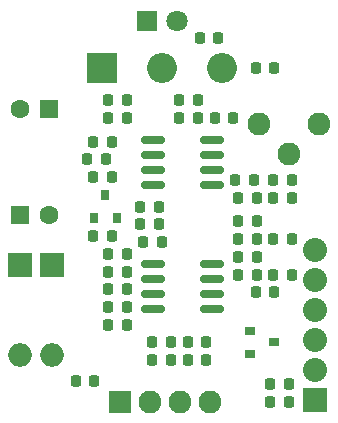
<source format=gts>
G04 #@! TF.GenerationSoftware,KiCad,Pcbnew,(5.99.0-7307-g71ab42e60a)*
G04 #@! TF.CreationDate,2020-12-03T10:19:34+02:00*
G04 #@! TF.ProjectId,agudo,61677564-6f2e-46b6-9963-61645f706362,rev?*
G04 #@! TF.SameCoordinates,Original*
G04 #@! TF.FileFunction,Soldermask,Top*
G04 #@! TF.FilePolarity,Negative*
%FSLAX46Y46*%
G04 Gerber Fmt 4.6, Leading zero omitted, Abs format (unit mm)*
G04 Created by KiCad (PCBNEW (5.99.0-7307-g71ab42e60a)) date 2020-12-03 10:19:34*
%MOMM*%
%LPD*%
G01*
G04 APERTURE LIST*
G04 Aperture macros list*
%AMRoundRect*
0 Rectangle with rounded corners*
0 $1 Rounding radius*
0 $2 $3 $4 $5 $6 $7 $8 $9 X,Y pos of 4 corners*
0 Add a 4 corners polygon primitive as box body*
4,1,4,$2,$3,$4,$5,$6,$7,$8,$9,$2,$3,0*
0 Add four circle primitives for the rounded corners*
1,1,$1+$1,$2,$3,0*
1,1,$1+$1,$4,$5,0*
1,1,$1+$1,$6,$7,0*
1,1,$1+$1,$8,$9,0*
0 Add four rect primitives between the rounded corners*
20,1,$1+$1,$2,$3,$4,$5,0*
20,1,$1+$1,$4,$5,$6,$7,0*
20,1,$1+$1,$6,$7,$8,$9,0*
20,1,$1+$1,$8,$9,$2,$3,0*%
G04 Aperture macros list end*
%ADD10RoundRect,0.218750X0.218750X0.256250X-0.218750X0.256250X-0.218750X-0.256250X0.218750X-0.256250X0*%
%ADD11RoundRect,0.218750X-0.218750X-0.256250X0.218750X-0.256250X0.218750X0.256250X-0.218750X0.256250X0*%
%ADD12R,1.600000X1.600000*%
%ADD13C,1.600000*%
%ADD14RoundRect,0.150000X-0.825000X-0.150000X0.825000X-0.150000X0.825000X0.150000X-0.825000X0.150000X0*%
%ADD15R,2.540000X2.540000*%
%ADD16O,2.540000X2.540000*%
%ADD17R,0.800000X0.900000*%
%ADD18R,2.000000X2.000000*%
%ADD19O,2.000000X2.000000*%
%ADD20R,2.032000X2.032000*%
%ADD21O,2.032000X2.032000*%
%ADD22R,0.900000X0.800000*%
%ADD23R,1.930400X1.930400*%
%ADD24O,1.930400X1.930400*%
%ADD25R,1.800000X1.800000*%
%ADD26C,1.800000*%
G04 APERTURE END LIST*
D10*
G04 #@! TO.C,R13*
X80787500Y-117750000D03*
X79212500Y-117750000D03*
G04 #@! TD*
D11*
G04 #@! TO.C,R18*
X82212500Y-112750000D03*
X83787500Y-112750000D03*
G04 #@! TD*
D10*
G04 #@! TO.C,R5*
X69787500Y-120500000D03*
X68212500Y-120500000D03*
G04 #@! TD*
D11*
G04 #@! TO.C,R22*
X68212500Y-106000000D03*
X69787500Y-106000000D03*
G04 #@! TD*
D12*
G04 #@! TO.C,C2*
X60750000Y-115750000D03*
D13*
X63250000Y-115750000D03*
G04 #@! TD*
D11*
G04 #@! TO.C,R21*
X71962500Y-126500000D03*
X73537500Y-126500000D03*
G04 #@! TD*
G04 #@! TO.C,C5*
X66962500Y-117500000D03*
X68537500Y-117500000D03*
G04 #@! TD*
G04 #@! TO.C,C3*
X81962500Y-131500000D03*
X83537500Y-131500000D03*
G04 #@! TD*
G04 #@! TO.C,C12*
X82212500Y-117750000D03*
X83787500Y-117750000D03*
G04 #@! TD*
G04 #@! TO.C,R15*
X79212500Y-116250000D03*
X80787500Y-116250000D03*
G04 #@! TD*
G04 #@! TO.C,C10*
X74231250Y-107500000D03*
X75806250Y-107500000D03*
G04 #@! TD*
D10*
G04 #@! TO.C,R19*
X68537500Y-109500000D03*
X66962500Y-109500000D03*
G04 #@! TD*
G04 #@! TO.C,R27*
X75806250Y-106000000D03*
X74231250Y-106000000D03*
G04 #@! TD*
D11*
G04 #@! TO.C,C6*
X82212500Y-120750000D03*
X83787500Y-120750000D03*
G04 #@! TD*
G04 #@! TO.C,R20*
X68231250Y-107500000D03*
X69806250Y-107500000D03*
G04 #@! TD*
D14*
G04 #@! TO.C,U2*
X72025000Y-109345000D03*
X72025000Y-110615000D03*
X72025000Y-111885000D03*
X72025000Y-113155000D03*
X76975000Y-113155000D03*
X76975000Y-111885000D03*
X76975000Y-110615000D03*
X76975000Y-109345000D03*
G04 #@! TD*
G04 #@! TO.C,U1*
X72025000Y-119845000D03*
X72025000Y-121115000D03*
X72025000Y-122385000D03*
X72025000Y-123655000D03*
X76975000Y-123655000D03*
X76975000Y-122385000D03*
X76975000Y-121115000D03*
X76975000Y-119845000D03*
G04 #@! TD*
D11*
G04 #@! TO.C,R26*
X74962500Y-128000000D03*
X76537500Y-128000000D03*
G04 #@! TD*
G04 #@! TO.C,R6*
X68212500Y-119000000D03*
X69787500Y-119000000D03*
G04 #@! TD*
G04 #@! TO.C,C7*
X66462500Y-111000000D03*
X68037500Y-111000000D03*
G04 #@! TD*
D15*
G04 #@! TO.C,RV2*
X67670000Y-103250000D03*
D16*
X72750000Y-103250000D03*
X77830000Y-103250000D03*
G04 #@! TD*
D11*
G04 #@! TO.C,C11*
X81962500Y-130000000D03*
X83537500Y-130000000D03*
G04 #@! TD*
G04 #@! TO.C,R10*
X71212500Y-118000000D03*
X72787500Y-118000000D03*
G04 #@! TD*
G04 #@! TO.C,R12*
X70962500Y-116500000D03*
X72537500Y-116500000D03*
G04 #@! TD*
G04 #@! TO.C,R9*
X74962500Y-126500000D03*
X76537500Y-126500000D03*
G04 #@! TD*
G04 #@! TO.C,R3*
X68212500Y-123500000D03*
X69787500Y-123500000D03*
G04 #@! TD*
D10*
G04 #@! TO.C,R1*
X67037500Y-129750000D03*
X65462500Y-129750000D03*
G04 #@! TD*
D11*
G04 #@! TO.C,R24*
X80712500Y-103250000D03*
X82287500Y-103250000D03*
G04 #@! TD*
G04 #@! TO.C,R17*
X66962500Y-112500000D03*
X68537500Y-112500000D03*
G04 #@! TD*
D10*
G04 #@! TO.C,R4*
X69787500Y-122000000D03*
X68212500Y-122000000D03*
G04 #@! TD*
D17*
G04 #@! TO.C,Q2*
X67050000Y-116000000D03*
X68000000Y-114000000D03*
X68950000Y-116000000D03*
G04 #@! TD*
D18*
G04 #@! TO.C,D2*
X63500000Y-119940000D03*
D19*
X63500000Y-127560000D03*
G04 #@! TD*
D11*
G04 #@! TO.C,C1*
X68212500Y-125000000D03*
X69787500Y-125000000D03*
G04 #@! TD*
D10*
G04 #@! TO.C,R23*
X80537500Y-112750000D03*
X78962500Y-112750000D03*
G04 #@! TD*
G04 #@! TO.C,R8*
X80787500Y-120750000D03*
X79212500Y-120750000D03*
G04 #@! TD*
D11*
G04 #@! TO.C,R11*
X82212500Y-114250000D03*
X83787500Y-114250000D03*
G04 #@! TD*
D10*
G04 #@! TO.C,R14*
X77537500Y-100750000D03*
X75962500Y-100750000D03*
G04 #@! TD*
G04 #@! TO.C,R25*
X78806250Y-107500000D03*
X77231250Y-107500000D03*
G04 #@! TD*
D11*
G04 #@! TO.C,R2*
X79212500Y-114250000D03*
X80787500Y-114250000D03*
G04 #@! TD*
D18*
G04 #@! TO.C,D1*
X60750000Y-119940000D03*
D19*
X60750000Y-127560000D03*
G04 #@! TD*
D11*
G04 #@! TO.C,R16*
X70962500Y-115000000D03*
X72537500Y-115000000D03*
G04 #@! TD*
D10*
G04 #@! TO.C,R7*
X80787500Y-119250000D03*
X79212500Y-119250000D03*
G04 #@! TD*
D20*
G04 #@! TO.C,SW1*
X85750000Y-131330000D03*
D21*
X85750000Y-128790000D03*
X85750000Y-126250000D03*
X85750000Y-123710000D03*
X85750000Y-121170000D03*
X85750000Y-118630000D03*
G04 #@! TD*
D22*
G04 #@! TO.C,Q1*
X80250000Y-125550000D03*
X82250000Y-126500000D03*
X80250000Y-127450000D03*
G04 #@! TD*
D23*
G04 #@! TO.C,J1*
X69190000Y-131500000D03*
D24*
X71730000Y-131500000D03*
X74270000Y-131500000D03*
X76810000Y-131500000D03*
G04 #@! TD*
D11*
G04 #@! TO.C,C4*
X80712500Y-122250000D03*
X82287500Y-122250000D03*
G04 #@! TD*
G04 #@! TO.C,C9*
X71962500Y-128000000D03*
X73537500Y-128000000D03*
G04 #@! TD*
D12*
G04 #@! TO.C,C8*
X63250000Y-106750000D03*
D13*
X60750000Y-106750000D03*
G04 #@! TD*
D24*
G04 #@! TO.C,RV1*
X86040000Y-108000000D03*
X83500000Y-110540000D03*
X80960000Y-108000000D03*
G04 #@! TD*
D25*
G04 #@! TO.C,D3*
X71500000Y-99250000D03*
D26*
X74040000Y-99250000D03*
G04 #@! TD*
M02*

</source>
